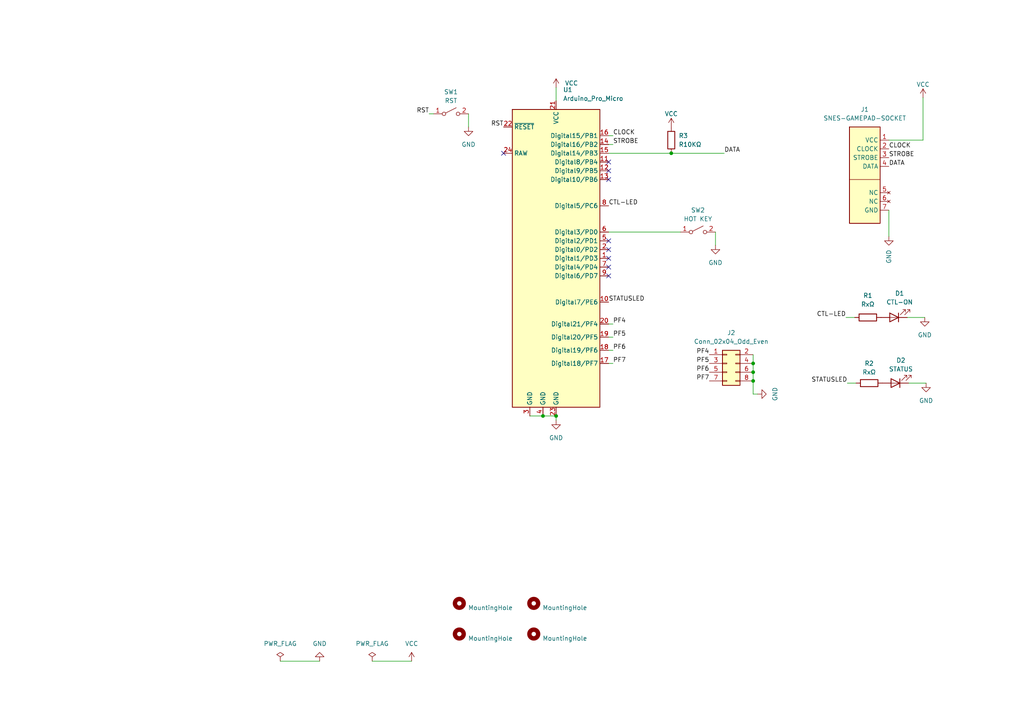
<source format=kicad_sch>
(kicad_sch (version 20231120) (generator "eeschema") (generator_version "8.0")
  (paper "A4")
  (title_block (title "snespad2usb") (rev "0.3") (company "mistepien"))
  (lib_symbols
    (symbol "Connector_Generic:Conn_02x04_Odd_Even" (pin_names (offset 1.016) hide)
      (property "Reference" "J" (at 1.27 5.08 0))
      (property "Value" "Conn_02x04_Odd_Even" (at 1.27 -7.62 0))
      (symbol "Conn_02x04_Odd_Even_1_1"
        (rectangle (start -1.27 -4.953) (end 0 -5.207) (stroke (width 0.1524)))
        (rectangle (start -1.27 -2.413) (end 0 -2.667) (stroke (width 0.1524)))
        (rectangle (start -1.27 0.127) (end 0 -0.127) (stroke (width 0.1524)))
        (rectangle (start -1.27 2.667) (end 0 2.413) (stroke (width 0.1524)))
        (rectangle (start -1.27 3.81) (end 3.81 -6.35) (stroke (width 0.254)) (fill (type background)))
        (rectangle (start 3.81 -4.953) (end 2.54 -5.207) (stroke (width 0.1524)))
        (rectangle (start 3.81 -2.413) (end 2.54 -2.667) (stroke (width 0.1524)))
        (rectangle (start 3.81 0.127) (end 2.54 -0.127) (stroke (width 0.1524)))
        (rectangle (start 3.81 2.667) (end 2.54 2.413) (stroke (width 0.1524)))
        (pin passive line (at -5.08 2.54 0) (length 3.81) (name "Pin_1") (number "1"))
        (pin passive line (at 7.62 2.54 180) (length 3.81) (name "Pin_2") (number "2"))
        (pin passive line (at -5.08 0 0) (length 3.81) (name "Pin_3") (number "3"))
        (pin passive line (at 7.62 0 180) (length 3.81) (name "Pin_4") (number "4"))
        (pin passive line (at -5.08 -2.54 0) (length 3.81) (name "Pin_5") (number "5"))
        (pin passive line (at 7.62 -2.54 180) (length 3.81) (name "Pin_6") (number "6"))
        (pin passive line (at -5.08 -5.08 0) (length 3.81) (name "Pin_7") (number "7"))
        (pin passive line (at 7.62 -5.08 180) (length 3.81) (name "Pin_8") (number "8"))
      )
    )
    (symbol "Device:LED" (pin_numbers hide) (pin_names (offset 1.016) hide)
      (property "Reference" "D" (at 0 2.54 0))
      (property "Value" "LED" (at 0 -2.54 0))
      (symbol "LED_0_1"
        (polyline (pts (xy -1.27 -1.27) (xy -1.27 1.27)) (stroke (width 0.254)))
        (polyline (pts (xy -1.27 0) (xy 1.27 0)))
        (polyline (pts (xy 1.27 -1.27) (xy 1.27 1.27) (xy -1.27 0) (xy 1.27 -1.27)) (stroke (width 0.254)))
        (polyline (pts (xy -3.048 -0.762) (xy -4.572 -2.286) (xy -3.81 -2.286) (xy -4.572 -2.286) (xy -4.572 -1.524)))
        (polyline (pts (xy -1.778 -0.762) (xy -3.302 -2.286) (xy -2.54 -2.286) (xy -3.302 -2.286) (xy -3.302 -1.524)))
      )
      (symbol "LED_1_1"
        (pin passive line (at -3.81 0 0) (length 2.54) (name "K") (number "1"))
        (pin passive line (at 3.81 0 180) (length 2.54) (name "A") (number "2"))
      )
    )
    (symbol "Device:R" (pin_numbers hide) (pin_names (offset 0))
      (property "Reference" "R" (at 2.032 0 90))
      (property "Value" "R" (at 0 0 90))
      (symbol "R_0_1"
        (rectangle (start -1.016 -2.54) (end 1.016 2.54) (stroke (width 0.254)))
      )
      (symbol "R_1_1"
        (pin passive line (at 0 3.81 270) (length 1.27) (name "~") (number "1"))
        (pin passive line (at 0 -3.81 90) (length 1.27) (name "~") (number "2"))
      )
    )
    (symbol "GND_1" (power) (pin_names (offset 0))
      (property "Value" "GND_1" (at 0 -3.81 0))
      (symbol "GND_1_0_1"
        (polyline (pts (xy 0 0) (xy 0 -1.27) (xy 1.27 -1.27) (xy 0 -2.54) (xy -1.27 -1.27) (xy 0 -1.27)))
      )
      (symbol "GND_1_1_1"
        (pin power_in line (at 0 0 270) (length 0) hide (name "GND") (number "1"))
      )
    )
    (symbol "Mechanical:MountingHole" (pin_names (offset 1.016))
      (property "Reference" "H" (at 0 5.08 0))
      (property "Value" "MountingHole" (at 0 3.175 0))
      (symbol "MountingHole_0_1"
        (circle (center 0 0) (radius 1.27) (stroke (width 1.27)))
      )
    )
    (symbol "PWR_FLAG_1" (power) (pin_numbers hide) (pin_names (offset 0) hide)
      (property "Value" "PWR_FLAG_1" (at 0 3.81 0))
      (symbol "PWR_FLAG_1_0_0"
        (pin power_out line (at 0 0 90) (length 0) (name "pwr") (number "1"))
      )
      (symbol "PWR_FLAG_1_0_1"
        (polyline (pts (xy 0 0) (xy 0 1.27) (xy -1.016 1.905) (xy 0 2.54) (xy 1.016 1.905) (xy 0 1.27)))
      )
    )
    (symbol "Switch:SW_SPST" (pin_names (offset 0) hide)
      (property "Reference" "SW" (at 0 3.175 0))
      (property "Value" "SW_SPST" (at 0 -2.54 0))
      (symbol "SW_SPST_0_0"
        (circle (center -2.032 0) (radius 0.508))
        (polyline (pts (xy -1.524 0.254) (xy 1.524 1.778)))
        (circle (center 2.032 0) (radius 0.508))
      )
      (symbol "SW_SPST_1_1"
        (pin passive line (at -5.08 0 0) (length 2.54) (name "A") (number "1"))
        (pin passive line (at 5.08 0 180) (length 2.54) (name "B") (number "2"))
      )
    )
    (symbol "misc:Arduino_Pro_Micro"
      (property "Reference" "U1" (at 2.0194 48.895 0))
      (property "Value" "Arduino_Pro_Micro" (at 2.0194 46.355 0))
      (symbol "Arduino_Pro_Micro_0_1"
        (rectangle (start -12.7 -43.18) (end 12.7 43.18) (stroke (width 0.254)) (fill (type background)))
      )
      (symbol "Arduino_Pro_Micro_1_1"
        (pin bidirectional line (at 15.24 0 180) (length 2.54) (name "Digital1/PD3") (number "1"))
        (pin bidirectional line (at 15.24 -12.7 180) (length 2.54) (name "Digital7/PE6") (number "10"))
        (pin bidirectional line (at 15.24 27.94 180) (length 2.54) (name "Digital8/PB4") (number "11"))
        (pin bidirectional line (at 15.24 25.4 180) (length 2.54) (name "Digital9/PB5") (number "12"))
        (pin bidirectional line (at 15.24 22.86 180) (length 2.54) (name "Digital10/PB6") (number "13"))
        (pin bidirectional line (at 15.24 33.02 180) (length 2.54) (name "Digital16/PB2") (number "14"))
        (pin bidirectional line (at 15.24 30.48 180) (length 2.54) (name "Digital14/PB3") (number "15"))
        (pin bidirectional line (at 15.24 35.56 180) (length 2.54) (name "Digital15/PB1") (number "16"))
        (pin bidirectional line (at 15.24 -30.48 180) (length 2.54) (name "Digital18/PF7") (number "17"))
        (pin bidirectional line (at 15.24 -26.67 180) (length 2.54) (name "Digital19/PF6") (number "18"))
        (pin bidirectional line (at 15.24 -22.86 180) (length 2.54) (name "Digital20/PF5") (number "19"))
        (pin bidirectional line (at 15.24 2.54 180) (length 2.54) (name "Digital0/PD2") (number "2"))
        (pin bidirectional line (at 15.24 -19.05 180) (length 2.54) (name "Digital21/PF4") (number "20"))
        (pin power_in line (at 0 45.72 270) (length 2.54) (name "VCC") (number "21"))
        (pin input line (at -15.24 38.1 0) (length 2.54) (name "~{RESET}") (number "22"))
        (pin power_in line (at 0 -45.72 90) (length 2.54) (name "GND") (number "23"))
        (pin power_in line (at -15.24 30.48 0) (length 2.54) (name "RAW") (number "24"))
        (pin power_in line (at -7.62 -45.72 90) (length 2.54) (name "GND") (number "3"))
        (pin power_in line (at -3.81 -45.72 90) (length 2.54) (name "GND") (number "4"))
        (pin bidirectional line (at 15.24 5.08 180) (length 2.54) (name "Digital2/PD1") (number "5"))
        (pin bidirectional line (at 15.24 7.62 180) (length 2.54) (name "Digital3/PD0") (number "6"))
        (pin bidirectional line (at 15.24 -2.54 180) (length 2.54) (name "Digital4/PD4") (number "7"))
        (pin bidirectional line (at 15.24 15.24 180) (length 2.54) (name "Digital5/PC6") (number "8"))
        (pin bidirectional line (at 15.24 -5.08 180) (length 2.54) (name "Digital6/PD7") (number "9"))
      )
    )
    (symbol "misc:SNES_gamepad_connector"
      (property "Reference" "J" (at 6.35 24.13 0))
      (property "Value" "SNES_gamepad_connector" (at -3.81 -6.35 0))
      (symbol "SNES_gamepad_connector_0_1"
        (polyline (pts (xy 12.7 7.62) (xy 3.81 7.62)))
        (rectangle (start 3.81 22.86) (end 12.7 -5.08) (stroke (width 0.254)) (fill (type background)))
      )
      (symbol "SNES_gamepad_connector_1_1"
        (pin power_in line (at 15.24 19.05 180) (length 2.54) (name "VCC") (number "1"))
        (pin bidirectional line (at 15.24 16.51 180) (length 2.54) (name "CLOCK") (number "2"))
        (pin bidirectional line (at 15.24 13.97 180) (length 2.54) (name "STROBE") (number "3"))
        (pin bidirectional line (at 15.24 11.43 180) (length 2.54) (name "DATA") (number "4"))
        (pin no_connect line (at 15.24 3.81 180) (length 2.54) (name "NC") (number "5"))
        (pin no_connect line (at 15.24 1.27 180) (length 2.54) (name "NC") (number "6"))
        (pin power_in line (at 15.24 -1.27 180) (length 2.54) (name "GND") (number "7"))
      )
    )
    (symbol "power:GND" (power) (pin_names (offset 0))
      (property "Value" "GND" (at 0 -3.81 0))
      (symbol "GND_0_1"
        (polyline (pts (xy 0 0) (xy 0 -1.27) (xy 1.27 -1.27) (xy 0 -2.54) (xy -1.27 -1.27) (xy 0 -1.27)))
      )
      (symbol "GND_1_1"
        (pin power_in line (at 0 0 270) (length 0) hide (name "GND") (number "1"))
      )
    )
    (symbol "power:PWR_FLAG" (power) (pin_numbers hide) (pin_names (offset 0) hide)
      (property "Value" "PWR_FLAG" (at 0 3.81 0))
      (symbol "PWR_FLAG_0_0"
        (pin power_out line (at 0 0 90) (length 0) (name "pwr") (number "1"))
      )
      (symbol "PWR_FLAG_0_1"
        (polyline (pts (xy 0 0) (xy 0 1.27) (xy -1.016 1.905) (xy 0 2.54) (xy 1.016 1.905) (xy 0 1.27)))
      )
    )
    (symbol "power:VCC" (power) (pin_names (offset 0))
      (property "Value" "VCC" (at 0 3.81 0))
      (symbol "VCC_0_1"
        (polyline (pts (xy -0.762 1.27) (xy 0 2.54)))
        (polyline (pts (xy 0 0) (xy 0 2.54)))
        (polyline (pts (xy 0 2.54) (xy 0.762 1.27)))
      )
      (symbol "VCC_1_1"
        (pin power_in line (at 0 0 90) (length 0) hide (name "VCC") (number "1"))
      )
    )
  )
  (junction (at 161.29 120.65))
  (junction (at 218.44 107.95))
  (junction (at 157.48 120.65))
  (junction (at 194.691 44.45))
  (junction (at 218.44 110.49))
  (junction (at 218.44 105.41))
  (no_connect (at 176.53 69.85))
  (no_connect (at 176.53 46.99))
  (no_connect (at 176.53 74.93))
  (no_connect (at 176.53 52.07))
  (no_connect (at 176.53 49.53))
  (no_connect (at 146.05 44.45))
  (no_connect (at 176.53 72.39))
  (no_connect (at 176.53 80.01))
  (no_connect (at 176.53 77.47))
  (wire (pts (xy 218.44 114.3) (xy 219.71 114.3)))
  (wire (pts (xy 218.44 102.87) (xy 218.44 105.41)))
  (wire (pts (xy 194.691 44.45) (xy 176.53 44.45)))
  (wire (pts (xy 176.53 105.41) (xy 177.8 105.41)))
  (wire (pts (xy 135.89 36.83) (xy 135.89 33.02)))
  (wire (pts (xy 218.44 105.41) (xy 218.44 107.95)))
  (wire (pts (xy 176.53 41.91) (xy 177.8 41.91)))
  (wire (pts (xy 257.81 68.58) (xy 257.81 60.96)))
  (wire (pts (xy 263.144 92.075) (xy 268.224 92.075)))
  (wire (pts (xy 245.745 111.125) (xy 248.285 111.125)))
  (wire (pts (xy 161.29 121.92) (xy 161.29 120.65)))
  (wire (pts (xy 267.716 40.64) (xy 257.81 40.64)))
  (wire (pts (xy 177.8 39.37) (xy 176.53 39.37)))
  (wire (pts (xy 263.525 111.125) (xy 268.605 111.125)))
  (wire (pts (xy 218.44 107.95) (xy 218.44 110.49)))
  (wire (pts (xy 245.364 92.075) (xy 247.904 92.075)))
  (wire (pts (xy 218.44 110.49) (xy 218.44 114.3)))
  (wire (pts (xy 157.48 120.65) (xy 161.29 120.65)))
  (wire (pts (xy 210.058 44.45) (xy 194.691 44.45)))
  (wire (pts (xy 267.716 28.321) (xy 267.716 40.64)))
  (wire (pts (xy 81.28 191.77) (xy 92.71 191.77)))
  (wire (pts (xy 176.53 101.6) (xy 177.8 101.6)))
  (wire (pts (xy 125.73 33.02) (xy 124.46 33.02)))
  (wire (pts (xy 153.67 120.65) (xy 157.48 120.65)))
  (wire (pts (xy 176.53 93.98) (xy 177.8 93.98)))
  (wire (pts (xy 161.29 25.4) (xy 161.29 29.21)))
  (wire (pts (xy 107.95 191.77) (xy 119.38 191.77)))
  (wire (pts (xy 176.53 97.79) (xy 177.8 97.79)))
  (wire (pts (xy 207.518 71.12) (xy 207.518 67.31)))
  (wire (pts (xy 197.358 67.31) (xy 176.53 67.31)))
  (label "PF6" (at 177.8 101.6 0))
  (label "CTL-LED" (at 176.53 59.69 0))
  (label "STATUSLED" (at 176.53 87.63 0))
  (label "PF7" (at 205.74 110.49 180))
  (label "PF4" (at 177.8 93.98 0))
  (label "DATA" (at 210.058 44.45 0))
  (label "RST" (at 124.46 33.02 180))
  (label "RST" (at 146.05 36.83 180))
  (label "STROBE" (at 257.81 45.72 0))
  (label "CTL-LED" (at 245.364 92.075 180))
  (label "PF5" (at 205.74 105.41 180))
  (label "PF4" (at 205.74 102.87 180))
  (label "CLOCK" (at 177.8 39.37 0))
  (label "STATUSLED" (at 245.745 111.125 180))
  (label "STROBE" (at 177.8 41.91 0))
  (label "CLOCK" (at 257.81 43.18 0))
  (label "PF7" (at 177.8 105.41 0))
  (label "PF6" (at 205.74 107.95 180))
  (label "PF5" (at 177.8 97.79 0))
  (label "DATA" (at 257.81 48.26 0))
  (symbol (lib_id "power:VCC") (at 267.716 28.321 0) (unit 1)
    (property "Reference" "#PWR04" (effects (hide yes)))
    (property "Value" "VCC" (at 267.716 24.511 0))
  )
  (symbol (lib_name "PWR_FLAG_1") (lib_id "power:PWR_FLAG") (at 107.95 191.77 0) (unit 1)
    (property "Reference" "#FLG02" (effects (hide yes)))
    (property "Value" "PWR_FLAG" (at 107.95 186.69 0))
  )
  (symbol (lib_id "Mechanical:MountingHole") (at 133.223 183.896 0) (unit 1) (in_bom no)
    (property "Reference" "H2" (effects (hide yes)))
    (property "Value" "MountingHole" (at 135.763 185.1659 0) (effects (justify left)))
    (property "Footprint" "MountingHole:MountingHole_3.5mm" (effects (hide yes)))
  )
  (symbol (lib_id "Device:LED") (at 259.715 111.125 180) (unit 1)
    (property "Reference" "D2" (at 261.3025 104.521 0))
    (property "Value" "STATUS" (at 261.3025 107.061 0))
    (property "Footprint" "misc:LED_D3.0mm_Oval" (effects (hide yes)))
  )
  (symbol (lib_id "power:GND") (at 92.71 191.77 180) (unit 1)
    (property "Reference" "#PWR02" (effects (hide yes)))
    (property "Value" "GND" (at 92.71 186.69 0))
  )
  (symbol (lib_id "power:VCC") (at 161.29 25.4 0) (unit 1)
    (property "Reference" "#PWR015" (effects (hide yes)))
    (property "Value" "VCC" (at 163.83 24.1299 0) (effects (justify left)))
  )
  (symbol (lib_id "power:VCC") (at 119.38 191.77 0) (unit 1)
    (property "Reference" "#PWR021" (effects (hide yes)))
    (property "Value" "VCC" (at 119.38 186.69 0))
  )
  (symbol (lib_id "Connector_Generic:Conn_02x04_Odd_Even") (at 210.82 105.41 0) (unit 1)
    (property "Reference" "J2" (at 212.09 96.52 0))
    (property "Value" "Conn_02x04_Odd_Even" (at 212.09 99.06 0))
    (property "Footprint" "Connector_PinHeader_2.54mm:PinHeader_2x04_P2.54mm_Vertical" (effects (hide yes)))
  )
  (symbol (lib_id "power:GND") (at 268.224 92.075 0) (unit 1)
    (property "Reference" "#PWR06" (effects (hide yes)))
    (property "Value" "GND" (at 268.224 97.155 0))
  )
  (symbol (lib_id "Switch:SW_SPST") (at 130.81 33.02 0) (unit 1)
    (property "Reference" "SW1" (at 130.81 26.67 0))
    (property "Value" "RST" (at 130.81 29.21 0))
    (property "Footprint" "Button_Switch_THT:SW_PUSH_6mm_H4.3mm" (effects (hide yes)))
  )
  (symbol (lib_id "Device:R") (at 251.714 92.075 90) (unit 1)
    (property "Reference" "R1" (at 251.714 85.725 90))
    (property "Value" "RxΩ" (at 251.714 88.265 90))
    (property "Footprint" "misc:R_Axial_DIN0207_L6.3mm_D2.5mm_P10.16mm_Horizontal_Oval" (effects (hide yes)))
  )
  (symbol (lib_id "Mechanical:MountingHole") (at 154.813 183.896 0) (unit 1) (in_bom no)
    (property "Reference" "H4" (effects (hide yes)))
    (property "Value" "MountingHole" (at 157.353 185.1659 0) (effects (justify left)))
    (property "Footprint" "MountingHole:MountingHole_3.5mm" (effects (hide yes)))
  )
  (symbol (lib_id "Device:LED") (at 259.334 92.075 180) (unit 1)
    (property "Reference" "D1" (at 260.9215 85.09 0))
    (property "Value" "CTL-ON" (at 260.9215 87.63 0))
    (property "Footprint" "misc:LED_D3.0mm_Oval" (effects (hide yes)))
  )
  (symbol (lib_id "power:GND") (at 268.605 111.125 0) (unit 1)
    (property "Reference" "#PWR08" (effects (hide yes)))
    (property "Value" "GND" (at 268.605 116.205 0))
  )
  (symbol (lib_id "power:GND") (at 219.71 114.3 90) (unit 1)
    (property "Reference" "#PWR0101" (effects (hide yes)))
    (property "Value" "GND" (at 224.79 114.3 0))
  )
  (symbol (lib_id "power:GND") (at 135.89 36.83 0) (unit 1)
    (property "Reference" "#PWR01" (effects (hide yes)))
    (property "Value" "GND" (at 135.89 41.91 0))
  )
  (symbol (lib_name "GND_1") (lib_id "power:GND") (at 161.29 121.92 0) (unit 1)
    (property "Reference" "#PWR016" (effects (hide yes)))
    (property "Value" "GND" (at 161.29 127 0))
  )
  (symbol (lib_id "Device:R") (at 252.095 111.125 90) (unit 1)
    (property "Reference" "R2" (at 252.095 105.41 90))
    (property "Value" "RxΩ" (at 252.095 107.95 90))
    (property "Footprint" "misc:R_Axial_DIN0207_L6.3mm_D2.5mm_P10.16mm_Horizontal_Oval" (effects (hide yes)))
  )
  (symbol (lib_id "power:VCC") (at 194.691 36.83 0) (unit 1)
    (property "Reference" "#PWR07" (effects (hide yes)))
    (property "Value" "VCC" (at 194.691 33.02 0))
  )
  (symbol (lib_id "Mechanical:MountingHole") (at 154.813 175.006 0) (unit 1) (in_bom no)
    (property "Reference" "H3" (effects (hide yes)))
    (property "Value" "MountingHole" (at 157.353 176.2759 0) (effects (justify left)))
    (property "Footprint" "MountingHole:MountingHole_3.5mm" (effects (hide yes)))
  )
  (symbol (lib_id "Device:R") (at 194.691 40.64 180) (unit 1)
    (property "Reference" "R3" (at 196.85 39.37 0) (effects (justify right)))
    (property "Value" "R10KΩ" (at 196.85 41.91 0) (effects (justify right)))
    (property "Footprint" "misc:R_Axial_DIN0207_L6.3mm_D2.5mm_P10.16mm_Horizontal_Oval" (effects (hide yes)))
  )
  (symbol (lib_id "misc:SNES_gamepad_connector") (at 242.57 59.69 0) (unit 1)
    (property "Reference" "J1" (at 250.825 31.75 0))
    (property "Value" "SNES-GAMEPAD-SOCKET" (at 250.825 34.29 0))
    (property "Footprint" "misc:SNES_gamepad_connector_L_horizontal" (effects (hide yes)))
  )
  (symbol (lib_id "Switch:SW_SPST") (at 202.438 67.31 0) (unit 1)
    (property "Reference" "SW2" (at 202.438 60.96 0))
    (property "Value" "HOT KEY" (at 202.438 63.5 0))
    (property "Footprint" "Button_Switch_THT:SW_PUSH_6mm_H4.3mm" (effects (hide yes)))
  )
  (symbol (lib_id "Mechanical:MountingHole") (at 133.223 175.006 0) (unit 1) (in_bom no)
    (property "Reference" "H1" (effects (hide yes)))
    (property "Value" "MountingHole" (at 135.763 176.2759 0) (effects (justify left)))
    (property "Footprint" "MountingHole:MountingHole_3.5mm" (effects (hide yes)))
  )
  (symbol (lib_id "misc:Arduino_Pro_Micro") (at 161.29 74.93 0) (unit 1)
    (property "Reference" "U1" (at 163.3094 26.035 0) (effects (justify left)))
    (property "Value" "Arduino_Pro_Micro" (at 163.3094 28.575 0) (effects (justify left)))
    (property "Footprint" "Package_DIP:DIP-24_W15.24mm_Socket_LongPads" (effects (hide yes)))
  )
  (symbol (lib_id "power:GND") (at 207.518 71.12 0) (unit 1)
    (property "Reference" "#PWR05" (effects (hide yes)))
    (property "Value" "GND" (at 207.518 76.2 0))
  )
  (symbol (lib_id "power:PWR_FLAG") (at 81.28 191.77 0) (unit 1)
    (property "Reference" "#FLG01" (effects (hide yes)))
    (property "Value" "PWR_FLAG" (at 81.28 186.69 0))
  )
  (symbol (lib_id "power:GND") (at 257.81 68.58 0) (unit 1)
    (property "Reference" "#PWR03" (effects (hide yes)))
    (property "Value" "GND" (at 257.81 72.39 90) (effects (justify right)))
  )
)
</source>
